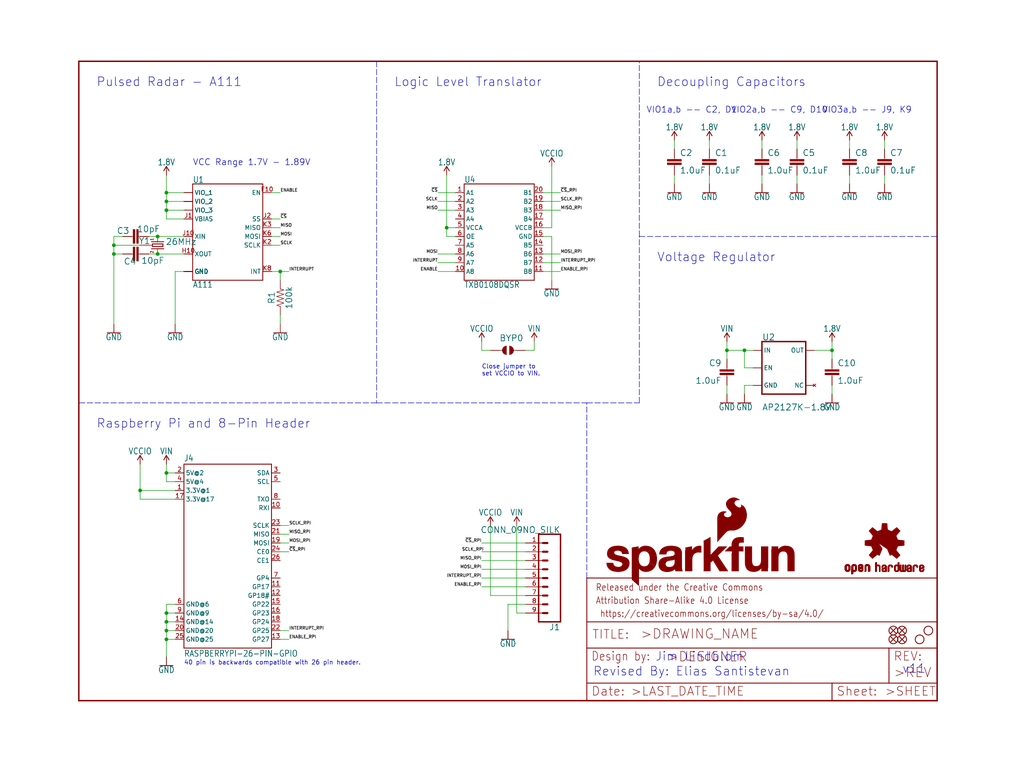
<source format=kicad_sch>
(kicad_sch (version 20211123) (generator eeschema)
  (paper "User" 297.002 223.926)
  (lib_symbols
    (symbol "schematicEagle-eagle-import:0.1UF-0603-25V-(+80{slash}-20%)"
      (property "Reference" "C" (at 1.524 2.921 0))
      (property "Value" "0.1UF-0603-25V-(+80{slash}-20%)" (at 1.524 -2.159 0))
      (symbol "0.1UF-0603-25V-(+80{slash}-20%)_1_0"
        (pin passive line (at 0 5.08 270) (length 2.54) (name "1") (number "1"))
        (pin passive line (at 0 -2.54 90) (length 2.54) (name "2") (number "2"))
      )
    )
    (symbol "schematicEagle-eagle-import:1.0UF-0603-16V-10%"
      (property "Reference" "C" (at 1.524 2.921 0))
      (property "Value" "1.0UF-0603-16V-10%" (at 1.524 -2.159 0))
      (symbol "1.0UF-0603-16V-10%_1_0"
        (pin passive line (at 0 5.08 270) (length 2.54) (name "1") (number "1"))
        (pin passive line (at 0 -2.54 90) (length 2.54) (name "2") (number "2"))
      )
    )
    (symbol "schematicEagle-eagle-import:1.8V" (power)
      (property "Value" "1.8V" (at 0 2.794 0))
      (symbol "1.8V_1_0"
        (pin power_in line (at 0 0 90) (length 2.54) (name "1.8V") (number "1"))
      )
    )
    (symbol "schematicEagle-eagle-import:100KOHM-0603-1{slash}10W-1%"
      (property "Reference" "R" (at 0 1.524 0))
      (property "Value" "100KOHM-0603-1{slash}10W-1%" (at 0 -1.524 0))
      (symbol "100KOHM-0603-1{slash}10W-1%_1_0"
        (pin passive line (at -5.08 0 0) (length 2.54) (name "1") (number "1"))
        (pin passive line (at 5.08 0 180) (length 2.54) (name "2") (number "2"))
      )
    )
    (symbol "schematicEagle-eagle-import:10PF-0603-50V-5%"
      (property "Reference" "C" (at 1.524 2.921 0))
      (property "Value" "10PF-0603-50V-5%" (at 1.524 -2.159 0))
      (symbol "10PF-0603-50V-5%_1_0"
        (pin passive line (at 0 5.08 270) (length 2.54) (name "1") (number "1"))
        (pin passive line (at 0 -2.54 90) (length 2.54) (name "2") (number "2"))
      )
    )
    (symbol "schematicEagle-eagle-import:A111"
      (property "Reference" "U" (at -10.16 15.494 0))
      (property "Value" "A111" (at -10.16 -12.954 0))
      (symbol "A111_1_0"
        (pin bidirectional line (at -12.7 -10.16 0) (length 2.54) (name "GND") (number "A3"))
        (pin bidirectional line (at -12.7 -10.16 0) (length 2.54) (name "GND") (number "A4"))
        (pin bidirectional line (at -12.7 -10.16 0) (length 2.54) (name "GND") (number "A5"))
        (pin bidirectional line (at -12.7 -10.16 0) (length 2.54) (name "GND") (number "A6"))
        (pin bidirectional line (at -12.7 -10.16 0) (length 2.54) (name "GND") (number "A7"))
        (pin bidirectional line (at -12.7 -10.16 0) (length 2.54) (name "GND") (number "A8"))
        (pin bidirectional line (at -12.7 -10.16 0) (length 2.54) (name "GND") (number "A9"))
        (pin bidirectional line (at -12.7 -10.16 0) (length 2.54) (name "GND") (number "B10"))
        (pin bidirectional line (at -12.7 -10.16 0) (length 2.54) (name "GND") (number "B2"))
        (pin bidirectional line (at -12.7 -10.16 0) (length 2.54) (name "GND") (number "B9"))
        (pin bidirectional line (at -12.7 -10.16 0) (length 2.54) (name "GND") (number "C1"))
        (pin bidirectional line (at -12.7 -10.16 0) (length 2.54) (name "GND") (number "C10"))
        (pin bidirectional line (at -12.7 12.7 0) (length 2.54) (name "VIO_1") (number "C2"))
        (pin bidirectional line (at -12.7 10.16 0) (length 2.54) (name "VIO_2") (number "C9"))
        (pin bidirectional line (at -12.7 12.7 0) (length 2.54) (name "VIO_1") (number "D1"))
        (pin bidirectional line (at -12.7 10.16 0) (length 2.54) (name "VIO_2") (number "D10"))
        (pin bidirectional line (at -12.7 -10.16 0) (length 2.54) (name "GND") (number "D2"))
        (pin bidirectional line (at -12.7 -10.16 0) (length 2.54) (name "GND") (number "D9"))
        (pin bidirectional line (at -12.7 -10.16 0) (length 2.54) (name "GND") (number "E1"))
        (pin bidirectional line (at -12.7 -10.16 0) (length 2.54) (name "GND") (number "E10"))
        (pin bidirectional line (at -12.7 -10.16 0) (length 2.54) (name "GND") (number "E2"))
        (pin bidirectional line (at -12.7 -10.16 0) (length 2.54) (name "GND") (number "E9"))
        (pin bidirectional line (at -12.7 -10.16 0) (length 2.54) (name "GND") (number "F1"))
        (pin bidirectional line (at 12.7 12.7 180) (length 2.54) (name "EN") (number "F10"))
        (pin bidirectional line (at -12.7 -10.16 0) (length 2.54) (name "GND") (number "F2"))
        (pin bidirectional line (at -12.7 -10.16 0) (length 2.54) (name "GND") (number "F9"))
        (pin bidirectional line (at -12.7 -10.16 0) (length 2.54) (name "GND") (number "G1"))
        (pin bidirectional line (at -12.7 -10.16 0) (length 2.54) (name "GND") (number "G10"))
        (pin bidirectional line (at -12.7 -10.16 0) (length 2.54) (name "GND") (number "H1"))
        (pin bidirectional line (at -12.7 -5.08 0) (length 2.54) (name "XOUT") (number "H10"))
        (pin bidirectional line (at -12.7 -10.16 0) (length 2.54) (name "GND") (number "H2"))
        (pin bidirectional line (at -12.7 -10.16 0) (length 2.54) (name "GND") (number "H9"))
        (pin bidirectional line (at -12.7 5.08 0) (length 2.54) (name "VBIAS") (number "J1"))
        (pin bidirectional line (at -12.7 0 0) (length 2.54) (name "XIN") (number "J10"))
        (pin bidirectional line (at 12.7 5.08 180) (length 2.54) (name "SS") (number "J2"))
        (pin bidirectional line (at -12.7 -10.16 0) (length 2.54) (name "GND") (number "J3"))
        (pin bidirectional line (at -12.7 -10.16 0) (length 2.54) (name "GND") (number "J5"))
        (pin bidirectional line (at -12.7 -10.16 0) (length 2.54) (name "GND") (number "J6"))
        (pin bidirectional line (at -12.7 -10.16 0) (length 2.54) (name "GND") (number "J8"))
        (pin bidirectional line (at -12.7 7.62 0) (length 2.54) (name "VIO_3") (number "J9"))
        (pin bidirectional line (at 12.7 -2.54 180) (length 2.54) (name "SCLK") (number "K2"))
        (pin bidirectional line (at 12.7 2.54 180) (length 2.54) (name "MISO") (number "K3"))
        (pin bidirectional line (at -12.7 -10.16 0) (length 2.54) (name "GND") (number "K4"))
        (pin bidirectional line (at -12.7 -10.16 0) (length 2.54) (name "GND") (number "K5"))
        (pin bidirectional line (at 12.7 0 180) (length 2.54) (name "MOSI") (number "K6"))
        (pin bidirectional line (at -12.7 -10.16 0) (length 2.54) (name "GND") (number "K7"))
        (pin bidirectional line (at 12.7 -10.16 180) (length 2.54) (name "INT") (number "K8"))
        (pin bidirectional line (at -12.7 7.62 0) (length 2.54) (name "VIO_3") (number "K9"))
      )
    )
    (symbol "schematicEagle-eagle-import:CONN_09NO_SILK"
      (property "Reference" "J" (at 0 13.208 0))
      (property "Value" "CONN_09NO_SILK" (at 0 -14.986 0))
      (symbol "CONN_09NO_SILK_1_0"
        (pin passive line (at 10.16 -10.16 180) (length 5.08) (name "1") (number "1"))
        (pin passive line (at 10.16 -7.62 180) (length 5.08) (name "2") (number "2"))
        (pin passive line (at 10.16 -5.08 180) (length 5.08) (name "3") (number "3"))
        (pin passive line (at 10.16 -2.54 180) (length 5.08) (name "4") (number "4"))
        (pin passive line (at 10.16 0 180) (length 5.08) (name "5") (number "5"))
        (pin passive line (at 10.16 2.54 180) (length 5.08) (name "6") (number "6"))
        (pin passive line (at 10.16 5.08 180) (length 5.08) (name "7") (number "7"))
        (pin passive line (at 10.16 7.62 180) (length 5.08) (name "8") (number "8"))
        (pin passive line (at 10.16 10.16 180) (length 5.08) (name "9") (number "9"))
      )
    )
    (symbol "schematicEagle-eagle-import:CRYSTAL-26MHZSMD-3.2X2.5"
      (property "Reference" "Y" (at -1.27 -1.524 0))
      (property "Value" "CRYSTAL-26MHZSMD-3.2X2.5" (at 1.524 -1.524 0))
      (symbol "CRYSTAL-26MHZSMD-3.2X2.5_1_0"
        (text "1" (at -2.159 -1.143 0) (effects (font (size 0.8636 0.734)) (justify left bottom)))
        (text "2" (at 1.524 -1.143 0) (effects (font (size 0.8636 0.734)) (justify left bottom)))
        (pin passive line (at -2.54 0 0) (length 0) (name "1") (number "1"))
        (pin power_in line (at 0 -5.08 90) (length 2.54) (name "GND") (number "2"))
        (pin passive line (at 2.54 0 180) (length 0) (name "2") (number "3"))
        (pin power_in line (at 0 -5.08 90) (length 2.54) (name "GND") (number "4"))
      )
    )
    (symbol "schematicEagle-eagle-import:FIDUCIALUFIDUCIAL")
    (symbol "schematicEagle-eagle-import:FRAME-LETTER"
      (symbol "FRAME-LETTER_2_0"
        (text " https://creativecommons.org/licenses/by-sa/4.0/" (at 2.54 24.13 0) (effects (font (size 1.9304 1.6408)) (justify left bottom)))
        (text ">DESIGNER" (at 23.114 11.176 0) (effects (font (size 2.7432 2.7432)) (justify left bottom)))
        (text ">DRAWING_NAME" (at 15.494 17.78 0) (effects (font (size 2.7432 2.7432)) (justify left bottom)))
        (text ">LAST_DATE_TIME" (at 12.7 1.27 0) (effects (font (size 2.54 2.54)) (justify left bottom)))
        (text ">REV" (at 88.9 6.604 0) (effects (font (size 2.7432 2.7432)) (justify left bottom)))
        (text ">SHEET" (at 86.36 1.27 0) (effects (font (size 2.54 2.54)) (justify left bottom)))
        (text "Attribution Share-Alike 4.0 License" (at 2.54 27.94 0) (effects (font (size 1.9304 1.6408)) (justify left bottom)))
        (text "Date:" (at 1.27 1.27 0) (effects (font (size 2.54 2.54)) (justify left bottom)))
        (text "Design by:" (at 1.27 11.43 0) (effects (font (size 2.54 2.159)) (justify left bottom)))
        (text "Released under the Creative Commons" (at 2.54 31.75 0) (effects (font (size 1.9304 1.6408)) (justify left bottom)))
        (text "REV:" (at 88.9 11.43 0) (effects (font (size 2.54 2.54)) (justify left bottom)))
        (text "Sheet:" (at 72.39 1.27 0) (effects (font (size 2.54 2.54)) (justify left bottom)))
        (text "TITLE:" (at 1.524 17.78 0) (effects (font (size 2.54 2.54)) (justify left bottom)))
      )
    )
    (symbol "schematicEagle-eagle-import:GND" (power)
      (property "Value" "GND" (at 0 -0.254 0))
      (symbol "GND_1_0"
        (pin power_in line (at 0 2.54 270) (length 2.54) (name "GND") (number "1"))
      )
    )
    (symbol "schematicEagle-eagle-import:JUMPER-SMT_2_NO_SILK"
      (property "Reference" "JP" (at -2.54 2.54 0))
      (property "Value" "JUMPER-SMT_2_NO_SILK" (at -2.54 -2.54 0))
      (symbol "JUMPER-SMT_2_NO_SILK_1_0"
        (pin passive line (at -5.08 0 0) (length 2.54) (name "1") (number "1"))
        (pin passive line (at 5.08 0 180) (length 2.54) (name "2") (number "2"))
      )
    )
    (symbol "schematicEagle-eagle-import:OSHW-LOGOS")
    (symbol "schematicEagle-eagle-import:RASPBERRYPI-26-PIN-GPIO"
      (property "Reference" "J" (at -12.7 28.702 0))
      (property "Value" "RASPBERRYPI-26-PIN-GPIO" (at -12.7 -27.94 0))
      (symbol "RASPBERRYPI-26-PIN-GPIO_1_0"
        (pin power_in line (at -15.24 20.32 0) (length 2.54) (name "3.3V@1") (number "1"))
        (pin input line (at 15.24 15.24 180) (length 2.54) (name "RXI") (number "10"))
        (pin bidirectional line (at 15.24 -7.62 180) (length 2.54) (name "GP17") (number "11"))
        (pin bidirectional line (at 15.24 -10.16 180) (length 2.54) (name "GP18#") (number "12"))
        (pin bidirectional line (at 15.24 -22.86 180) (length 2.54) (name "GP27") (number "13"))
        (pin power_in line (at -15.24 -17.78 0) (length 2.54) (name "GND@14") (number "14"))
        (pin bidirectional line (at 15.24 -12.7 180) (length 2.54) (name "GP22") (number "15"))
        (pin bidirectional line (at 15.24 -15.24 180) (length 2.54) (name "GP23") (number "16"))
        (pin power_in line (at -15.24 17.78 0) (length 2.54) (name "3.3V@17") (number "17"))
        (pin bidirectional line (at 15.24 -17.78 180) (length 2.54) (name "GP24") (number "18"))
        (pin output line (at 15.24 5.08 180) (length 2.54) (name "MOSI") (number "19"))
        (pin power_in line (at -15.24 25.4 0) (length 2.54) (name "5V@2") (number "2"))
        (pin power_in line (at -15.24 -20.32 0) (length 2.54) (name "GND@20") (number "20"))
        (pin input line (at 15.24 7.62 180) (length 2.54) (name "MISO") (number "21"))
        (pin bidirectional line (at 15.24 -20.32 180) (length 2.54) (name "GP25") (number "22"))
        (pin output line (at 15.24 10.16 180) (length 2.54) (name "SCLK") (number "23"))
        (pin output line (at 15.24 2.54 180) (length 2.54) (name "CE0") (number "24"))
        (pin power_in line (at -15.24 -22.86 0) (length 2.54) (name "GND@25") (number "25"))
        (pin output line (at 15.24 0 180) (length 2.54) (name "CE1") (number "26"))
        (pin bidirectional line (at 15.24 25.4 180) (length 2.54) (name "SDA") (number "3"))
        (pin power_in line (at -15.24 22.86 0) (length 2.54) (name "5V@4") (number "4"))
        (pin bidirectional line (at 15.24 22.86 180) (length 2.54) (name "SCL") (number "5"))
        (pin power_in line (at -15.24 -12.7 0) (length 2.54) (name "GND@6") (number "6"))
        (pin bidirectional line (at 15.24 -5.08 180) (length 2.54) (name "GP4") (number "7"))
        (pin output line (at 15.24 17.78 180) (length 2.54) (name "TXO") (number "8"))
        (pin power_in line (at -15.24 -15.24 0) (length 2.54) (name "GND@9") (number "9"))
      )
    )
    (symbol "schematicEagle-eagle-import:SFE_LOGO_NAME_FLAME.1_INCH")
    (symbol "schematicEagle-eagle-import:STAND-OFF")
    (symbol "schematicEagle-eagle-import:TXB0108"
      (property "Reference" "U" (at -10.16 13.97 0))
      (property "Value" "TXB0108" (at -10.16 -16.51 0))
      (symbol "TXB0108_1_0"
        (pin bidirectional line (at -12.7 10.16 0) (length 2.54) (name "A1") (number "1"))
        (pin bidirectional line (at -12.7 -12.7 0) (length 2.54) (name "A8") (number "10"))
        (pin bidirectional line (at 12.7 -12.7 180) (length 2.54) (name "B8") (number "11"))
        (pin bidirectional line (at 12.7 -10.16 180) (length 2.54) (name "B7") (number "12"))
        (pin bidirectional line (at 12.7 -7.62 180) (length 2.54) (name "B6") (number "13"))
        (pin bidirectional line (at 12.7 -5.08 180) (length 2.54) (name "B5") (number "14"))
        (pin bidirectional line (at 12.7 -2.54 180) (length 2.54) (name "GND") (number "15"))
        (pin bidirectional line (at 12.7 0 180) (length 2.54) (name "VCCB") (number "16"))
        (pin bidirectional line (at 12.7 2.54 180) (length 2.54) (name "B4") (number "17"))
        (pin bidirectional line (at 12.7 5.08 180) (length 2.54) (name "B3") (number "18"))
        (pin bidirectional line (at 12.7 7.62 180) (length 2.54) (name "B2") (number "19"))
        (pin bidirectional line (at -12.7 7.62 0) (length 2.54) (name "A2") (number "2"))
        (pin bidirectional line (at 12.7 10.16 180) (length 2.54) (name "B1") (number "20"))
        (pin bidirectional line (at -12.7 5.08 0) (length 2.54) (name "A3") (number "3"))
        (pin bidirectional line (at -12.7 2.54 0) (length 2.54) (name "A4") (number "4"))
        (pin bidirectional line (at -12.7 0 0) (length 2.54) (name "VCCA") (number "5"))
        (pin bidirectional line (at -12.7 -2.54 0) (length 2.54) (name "OE") (number "6"))
        (pin bidirectional line (at -12.7 -5.08 0) (length 2.54) (name "A5") (number "7"))
        (pin bidirectional line (at -12.7 -7.62 0) (length 2.54) (name "A6") (number "8"))
        (pin bidirectional line (at -12.7 -10.16 0) (length 2.54) (name "A7") (number "9"))
      )
    )
    (symbol "schematicEagle-eagle-import:VCCIO" (power)
      (property "Value" "VCCIO" (at 0 2.794 0))
      (symbol "VCCIO_1_0"
        (pin power_in line (at 0 0 90) (length 2.54) (name "VCCIO") (number "1"))
      )
    )
    (symbol "schematicEagle-eagle-import:VIN" (power)
      (property "Value" "VIN" (at 0 2.794 0))
      (symbol "VIN_1_0"
        (pin power_in line (at 0 0 90) (length 2.54) (name "VIN") (number "1"))
      )
    )
    (symbol "schematicEagle-eagle-import:V_REG_AP2127K-1.8V"
      (property "Reference" "U" (at -7.62 7.874 0))
      (property "Value" "V_REG_AP2127K-1.8V" (at -7.62 -7.874 0))
      (symbol "V_REG_AP2127K-1.8V_1_0"
        (pin input line (at -10.16 5.08 0) (length 2.54) (name "IN") (number "1"))
        (pin input line (at -10.16 -5.08 0) (length 2.54) (name "GND") (number "2"))
        (pin input line (at -10.16 0 0) (length 2.54) (name "EN") (number "3"))
        (pin no_connect line (at 7.62 -5.08 180) (length 2.54) (name "NC") (number "4"))
        (pin passive line (at 7.62 5.08 180) (length 2.54) (name "OUT") (number "5"))
      )
    )
  )
  (junction (at 33.02 71.12))
  (junction (at 129.54 66.04))
  (junction (at 48.26 58.42))
  (junction (at 48.26 180.34))
  (junction (at 33.02 73.66))
  (junction (at 81.28 78.74))
  (junction (at 45.72 73.66))
  (junction (at 48.26 60.96))
  (junction (at 48.26 177.8))
  (junction (at 215.9 101.6))
  (junction (at 40.64 142.24))
  (junction (at 210.82 101.6))
  (junction (at 48.26 55.88))
  (junction (at 241.3 101.6))
  (junction (at 48.26 137.16))
  (junction (at 48.26 185.42))
  (junction (at 45.72 68.58))
  (junction (at 48.26 182.88))
  (wire (pts (xy 152.4 175.26) (xy 147.32 175.26)))
  (wire (pts (xy 48.26 182.88) (xy 48.26 185.42)))
  (wire (pts (xy 149.86 177.8) (xy 149.86 152.4)))
  (wire (pts (xy 195.58 40.64) (xy 195.58 43.18)))
  (wire (pts (xy 220.98 53.34) (xy 220.98 50.8)))
  (wire (pts (xy 215.9 101.6) (xy 218.44 101.6)))
  (wire (pts (xy 50.8 142.24) (xy 40.64 142.24)))
  (wire (pts (xy 157.48 66.04) (xy 160.02 66.04)))
  (wire (pts (xy 139.7 101.6) (xy 139.7 99.06)))
  (wire (pts (xy 78.74 68.58) (xy 81.28 68.58)))
  (wire (pts (xy 33.02 73.66) (xy 33.02 93.98)))
  (wire (pts (xy 152.4 172.72) (xy 142.24 172.72)))
  (wire (pts (xy 231.14 53.34) (xy 231.14 50.8)))
  (wire (pts (xy 53.34 55.88) (xy 48.26 55.88)))
  (wire (pts (xy 139.7 165.1) (xy 152.4 165.1)))
  (wire (pts (xy 40.64 144.78) (xy 40.64 142.24)))
  (wire (pts (xy 157.48 68.58) (xy 160.02 68.58)))
  (wire (pts (xy 139.7 170.18) (xy 152.4 170.18)))
  (wire (pts (xy 129.54 68.58) (xy 129.54 66.04)))
  (wire (pts (xy 157.48 55.88) (xy 162.56 55.88)))
  (polyline (pts (xy 170.18 116.84) (xy 185.42 116.84)))
  (wire (pts (xy 81.28 160.02) (xy 83.82 160.02)))
  (wire (pts (xy 81.28 185.42) (xy 83.82 185.42)))
  (polyline (pts (xy 185.42 116.84) (xy 185.42 68.58)))
  (wire (pts (xy 218.44 111.76) (xy 215.9 111.76)))
  (wire (pts (xy 132.08 66.04) (xy 129.54 66.04)))
  (wire (pts (xy 157.48 58.42) (xy 162.56 58.42)))
  (wire (pts (xy 48.26 185.42) (xy 48.26 190.5)))
  (wire (pts (xy 48.26 63.5) (xy 48.26 60.96)))
  (wire (pts (xy 205.74 53.34) (xy 205.74 50.8)))
  (wire (pts (xy 210.82 101.6) (xy 210.82 104.14)))
  (wire (pts (xy 139.7 162.56) (xy 152.4 162.56)))
  (wire (pts (xy 157.48 78.74) (xy 162.56 78.74)))
  (wire (pts (xy 142.24 172.72) (xy 142.24 152.4)))
  (wire (pts (xy 139.7 157.48) (xy 152.4 157.48)))
  (polyline (pts (xy 185.42 68.58) (xy 185.42 17.78)))
  (wire (pts (xy 147.32 175.26) (xy 147.32 182.88)))
  (wire (pts (xy 256.54 53.34) (xy 256.54 50.8)))
  (wire (pts (xy 132.08 55.88) (xy 127 55.88)))
  (wire (pts (xy 50.8 144.78) (xy 40.64 144.78)))
  (wire (pts (xy 157.48 60.96) (xy 162.56 60.96)))
  (polyline (pts (xy 109.22 116.84) (xy 22.86 116.84)))
  (wire (pts (xy 152.4 101.6) (xy 154.94 101.6)))
  (wire (pts (xy 48.26 175.26) (xy 48.26 177.8)))
  (wire (pts (xy 160.02 66.04) (xy 160.02 48.26)))
  (wire (pts (xy 50.8 185.42) (xy 48.26 185.42)))
  (wire (pts (xy 50.8 177.8) (xy 48.26 177.8)))
  (wire (pts (xy 152.4 177.8) (xy 149.86 177.8)))
  (wire (pts (xy 215.9 101.6) (xy 210.82 101.6)))
  (wire (pts (xy 241.3 101.6) (xy 241.3 99.06)))
  (wire (pts (xy 132.08 73.66) (xy 127 73.66)))
  (wire (pts (xy 48.26 60.96) (xy 48.26 58.42)))
  (wire (pts (xy 246.38 53.34) (xy 246.38 50.8)))
  (wire (pts (xy 215.9 114.3) (xy 215.9 111.76)))
  (wire (pts (xy 220.98 40.64) (xy 220.98 43.18)))
  (wire (pts (xy 160.02 68.58) (xy 160.02 81.28)))
  (wire (pts (xy 53.34 63.5) (xy 48.26 63.5)))
  (wire (pts (xy 53.34 60.96) (xy 48.26 60.96)))
  (wire (pts (xy 50.8 93.98) (xy 50.8 78.74)))
  (polyline (pts (xy 109.22 116.84) (xy 170.18 116.84)))
  (wire (pts (xy 50.8 137.16) (xy 48.26 137.16)))
  (wire (pts (xy 218.44 106.68) (xy 215.9 106.68)))
  (wire (pts (xy 132.08 60.96) (xy 127 60.96)))
  (wire (pts (xy 45.72 68.58) (xy 43.18 68.58)))
  (wire (pts (xy 33.02 71.12) (xy 33.02 73.66)))
  (wire (pts (xy 81.28 157.48) (xy 83.82 157.48)))
  (wire (pts (xy 246.38 40.64) (xy 246.38 43.18)))
  (wire (pts (xy 129.54 66.04) (xy 129.54 50.8)))
  (wire (pts (xy 35.56 73.66) (xy 33.02 73.66)))
  (wire (pts (xy 132.08 76.2) (xy 127 76.2)))
  (wire (pts (xy 78.74 71.12) (xy 81.28 71.12)))
  (wire (pts (xy 157.48 73.66) (xy 162.56 73.66)))
  (wire (pts (xy 210.82 101.6) (xy 210.82 99.06)))
  (wire (pts (xy 81.28 78.74) (xy 83.82 78.74)))
  (wire (pts (xy 81.28 81.28) (xy 81.28 78.74)))
  (wire (pts (xy 45.72 73.66) (xy 53.34 73.66)))
  (wire (pts (xy 78.74 63.5) (xy 81.28 63.5)))
  (wire (pts (xy 78.74 78.74) (xy 81.28 78.74)))
  (wire (pts (xy 215.9 106.68) (xy 215.9 101.6)))
  (wire (pts (xy 256.54 40.64) (xy 256.54 43.18)))
  (wire (pts (xy 210.82 114.3) (xy 210.82 111.76)))
  (wire (pts (xy 195.58 53.34) (xy 195.58 50.8)))
  (wire (pts (xy 231.14 40.64) (xy 231.14 43.18)))
  (wire (pts (xy 40.64 142.24) (xy 40.64 134.62)))
  (wire (pts (xy 50.8 182.88) (xy 48.26 182.88)))
  (wire (pts (xy 154.94 101.6) (xy 154.94 99.06)))
  (wire (pts (xy 40.64 71.12) (xy 33.02 71.12)))
  (wire (pts (xy 50.8 78.74) (xy 53.34 78.74)))
  (wire (pts (xy 48.26 55.88) (xy 48.26 50.8)))
  (wire (pts (xy 50.8 139.7) (xy 48.26 139.7)))
  (wire (pts (xy 53.34 58.42) (xy 48.26 58.42)))
  (wire (pts (xy 81.28 93.98) (xy 81.28 91.44)))
  (polyline (pts (xy 170.18 167.64) (xy 170.18 116.84)))
  (wire (pts (xy 45.72 68.58) (xy 53.34 68.58)))
  (wire (pts (xy 78.74 55.88) (xy 81.28 55.88)))
  (polyline (pts (xy 185.42 68.58) (xy 271.78 68.58)))
  (wire (pts (xy 78.74 66.04) (xy 81.28 66.04)))
  (wire (pts (xy 81.28 182.88) (xy 83.82 182.88)))
  (wire (pts (xy 48.26 139.7) (xy 48.26 137.16)))
  (wire (pts (xy 132.08 58.42) (xy 127 58.42)))
  (wire (pts (xy 236.22 101.6) (xy 241.3 101.6)))
  (wire (pts (xy 50.8 175.26) (xy 48.26 175.26)))
  (wire (pts (xy 241.3 104.14) (xy 241.3 101.6)))
  (wire (pts (xy 205.74 40.64) (xy 205.74 43.18)))
  (wire (pts (xy 139.7 160.02) (xy 152.4 160.02)))
  (wire (pts (xy 81.28 154.94) (xy 83.82 154.94)))
  (wire (pts (xy 50.8 180.34) (xy 48.26 180.34)))
  (wire (pts (xy 139.7 167.64) (xy 152.4 167.64)))
  (wire (pts (xy 81.28 152.4) (xy 83.82 152.4)))
  (wire (pts (xy 132.08 68.58) (xy 129.54 68.58)))
  (wire (pts (xy 45.72 73.66) (xy 43.18 73.66)))
  (wire (pts (xy 48.26 180.34) (xy 48.26 182.88)))
  (wire (pts (xy 132.08 78.74) (xy 127 78.74)))
  (wire (pts (xy 33.02 68.58) (xy 33.02 71.12)))
  (wire (pts (xy 157.48 76.2) (xy 162.56 76.2)))
  (polyline (pts (xy 109.22 17.78) (xy 109.22 116.84)))
  (wire (pts (xy 142.24 101.6) (xy 139.7 101.6)))
  (wire (pts (xy 35.56 68.58) (xy 33.02 68.58)))
  (wire (pts (xy 48.26 137.16) (xy 48.26 134.62)))
  (wire (pts (xy 48.26 177.8) (xy 48.26 180.34)))
  (wire (pts (xy 241.3 114.3) (xy 241.3 111.76)))
  (wire (pts (xy 48.26 58.42) (xy 48.26 55.88)))
  (text "Close jumper to\nset VCCIO to VIN." (at 139.7 109.22 180) (effects (font (size 1.27 1.27)) (justify left bottom)))
  (text "Pulsed Radar - A111" (at 27.94 25.4 180) (effects (font (size 2.54 2.54)) (justify left bottom)))
  (text "v11" (at 261.62 195.58 180) (effects (font (size 2.54 2.54)) (justify left bottom)))
  (text "Voltage Regulator" (at 190.5 76.2 180) (effects (font (size 2.54 2.54)) (justify left bottom)))
  (text "Raspberry Pi and 8-Pin Header" (at 27.94 124.46 180) (effects (font (size 2.54 2.54)) (justify left bottom)))
  (text "40 pin is backwards compatible with 26 pin header." (at 53.34 193.04 0) (effects (font (size 1.27 1.27)) (justify left bottom)))
  (text "VIO1a,b -- C2, D1" (at 200.66 33.02 180) (effects (font (size 1.778 1.778)) (justify bottom)))
  (text "Revised By: Elias Santistevan" (at 171.958 196.342 180) (effects (font (size 2.54 2.54)) (justify left bottom)))
  (text "Decoupling Capacitors" (at 190.5 25.4 180) (effects (font (size 2.54 2.54)) (justify left bottom)))
  (text "Jim Lindblom" (at 189.992 192.024 180) (effects (font (size 2.54 2.54)) (justify left bottom)))
  (text "VCC Range 1.7V - 1.89V" (at 55.88 48.26 180) (effects (font (size 1.778 1.778)) (justify left bottom)))
  (text "VIO3a,b -- J9, K9" (at 251.46 33.02 180) (effects (font (size 1.778 1.778)) (justify bottom)))
  (text "Logic Level Translator" (at 114.3 25.4 180) (effects (font (size 2.54 2.54)) (justify left bottom)))
  (text "VIO2a,b -- C9, D10" (at 226.06 33.02 180) (effects (font (size 1.778 1.778)) (justify bottom)))
  (label "~{CS}" (at 127 55.88 180) (effects (font (size 0.889 0.889))))
  (label "SCLK_RPI" (at 162.56 58.42 0) (effects (font (size 0.889 0.889))))
  (label "MOSI_RPI" (at 162.56 73.66 0) (effects (font (size 0.889 0.889))))
  (label "~{CS}_RPI" (at 139.7 157.48 180) (effects (font (size 0.889 0.889))))
  (label "ENABLE" (at 127 78.74 180) (effects (font (size 0.889 0.889))))
  (label "MOSI" (at 81.28 68.58 0) (effects (font (size 0.889 0.889))))
  (label "ENABLE" (at 81.28 55.88 0) (effects (font (size 0.889 0.889))))
  (label "INTERRUPT_RPI" (at 83.82 182.88 0) (effects (font (size 0.889 0.889))))
  (label "ENABLE_RPI" (at 139.7 170.18 180) (effects (font (size 0.889 0.889))))
  (label "MOSI_RPI" (at 139.7 165.1 180) (effects (font (size 0.889 0.889))))
  (label "MISO" (at 81.28 66.04 0) (effects (font (size 0.889 0.889))))
  (label "ENABLE_RPI" (at 162.56 78.74 0) (effects (font (size 0.889 0.889))))
  (label "MOSI" (at 127 73.66 180) (effects (font (size 0.889 0.889))))
  (label "~{CS}_RPI" (at 83.82 160.02 0) (effects (font (size 0.889 0.889))))
  (label "MISO_RPI" (at 139.7 162.56 180) (effects (font (size 0.889 0.889))))
  (label "MOSI_RPI" (at 83.82 157.48 0) (effects (font (size 0.889 0.889))))
  (label "MISO" (at 127 60.96 180) (effects (font (size 0.889 0.889))))
  (label "ENABLE_RPI" (at 83.82 185.42 0) (effects (font (size 0.889 0.889))))
  (label "SCLK_RPI" (at 83.82 152.4 0) (effects (font (size 0.889 0.889))))
  (label "SCLK" (at 127 58.42 180) (effects (font (size 0.889 0.889))))
  (label "INTERRUPT" (at 83.82 78.74 0) (effects (font (size 0.889 0.889))))
  (label "MISO_RPI" (at 162.56 60.96 0) (effects (font (size 0.889 0.889))))
  (label "~{CS}" (at 81.28 63.5 0) (effects (font (size 0.889 0.889))))
  (label "MISO_RPI" (at 83.82 154.94 0) (effects (font (size 0.889 0.889))))
  (label "~{CS}_RPI" (at 162.56 55.88 0) (effects (font (size 0.889 0.889))))
  (label "SCLK_RPI" (at 140.335 160.02 180) (effects (font (size 0.889 0.889))))
  (label "SCLK" (at 81.28 71.12 0) (effects (font (size 0.889 0.889))))
  (label "INTERRUPT" (at 127 76.2 180) (effects (font (size 0.889 0.889))))
  (label "INTERRUPT_RPI" (at 139.7 167.64 180) (effects (font (size 0.889 0.889))))
  (label "INTERRUPT_RPI" (at 162.56 76.2 0) (effects (font (size 0.889 0.889))))
  (symbol (lib_id "schematicEagle-eagle-import:1.8V") (at 246.38 40.64 0) (unit 1)
    (property "Reference" "#SUPPLY6" (effects hide))
    (property "Value" "1.8V" (at 246.38 37.846 0) (effects (font (size 1.778 1.5113)) (justify bottom)))
    (property "Footprint" "schematicEagle:" (effects hide))
  )
  (symbol (lib_id "schematicEagle-eagle-import:SFE_LOGO_NAME_FLAME.1_INCH") (at 175.26 170.18 0) (unit 1)
    (property "Reference" "LOGO1" (effects hide))
    (property "Value" "SFE_LOGO_NAME_FLAME.1_INCH" (effects hide))
    (property "Footprint" "schematicEagle:SFE_LOGO_NAME_FLAME_.1" (effects hide))
  )
  (symbol (lib_id "schematicEagle-eagle-import:GND") (at 231.14 55.88 0) (unit 1)
    (property "Reference" "#GND6" (effects hide))
    (property "Value" "GND" (at 231.14 56.134 0) (effects (font (size 1.778 1.5113)) (justify top)))
    (property "Footprint" "schematicEagle:" (effects hide))
  )
  (symbol (lib_id "schematicEagle-eagle-import:10PF-0603-50V-5%") (at 40.64 73.66 90) (unit 1)
    (property "Reference" "C4" (at 35.814 74.803 90) (effects (font (size 1.778 1.778)) (justify right bottom)))
    (property "Value" "10pF" (at 40.894 76.581 90) (effects (font (size 1.778 1.778)) (justify right top)))
    (property "Footprint" "schematicEagle:0603" (effects hide))
  )
  (symbol (lib_id "schematicEagle-eagle-import:VIN") (at 210.82 99.06 0) (unit 1)
    (property "Reference" "#SUPPLY9" (effects hide))
    (property "Value" "VIN" (at 210.82 96.266 0) (effects (font (size 1.778 1.5113)) (justify bottom)))
    (property "Footprint" "schematicEagle:" (effects hide))
  )
  (symbol (lib_id "schematicEagle-eagle-import:1.0UF-0603-16V-10%") (at 220.98 48.26 0) (unit 1)
    (property "Reference" "C6" (at 222.504 45.339 0) (effects (font (size 1.778 1.778)) (justify left bottom)))
    (property "Value" "1.0uF" (at 222.504 50.419 0) (effects (font (size 1.778 1.778)) (justify left bottom)))
    (property "Footprint" "schematicEagle:0603" (effects hide))
  )
  (symbol (lib_id "schematicEagle-eagle-import:RASPBERRYPI-26-PIN-GPIO") (at 66.04 162.56 0) (unit 1)
    (property "Reference" "J4" (at 53.34 133.858 0) (effects (font (size 1.778 1.5113)) (justify left bottom)))
    (property "Value" "RASPBERRYPI-26-PIN-GPIO" (at 53.34 190.5 0) (effects (font (size 1.778 1.5113)) (justify left bottom)))
    (property "Footprint" "schematicEagle:2X13" (effects hide))
  )
  (symbol (lib_id "schematicEagle-eagle-import:GND") (at 48.26 193.04 0) (unit 1)
    (property "Reference" "#GND14" (effects hide))
    (property "Value" "GND" (at 48.26 193.294 0) (effects (font (size 1.778 1.5113)) (justify top)))
    (property "Footprint" "schematicEagle:" (effects hide))
  )
  (symbol (lib_id "schematicEagle-eagle-import:0.1UF-0603-25V-(+80{slash}-20%)") (at 205.74 48.26 0) (unit 1)
    (property "Reference" "C1" (at 207.264 45.339 0) (effects (font (size 1.778 1.778)) (justify left bottom)))
    (property "Value" "0.1uF" (at 207.264 50.419 0) (effects (font (size 1.778 1.778)) (justify left bottom)))
    (property "Footprint" "schematicEagle:0603" (effects hide))
  )
  (symbol (lib_id "schematicEagle-eagle-import:100KOHM-0603-1{slash}10W-1%") (at 81.28 86.36 90) (unit 1)
    (property "Reference" "R1" (at 79.756 86.36 0) (effects (font (size 1.778 1.778)) (justify bottom)))
    (property "Value" "100k" (at 82.804 86.36 0) (effects (font (size 1.778 1.778)) (justify top)))
    (property "Footprint" "schematicEagle:0603" (effects hide))
  )
  (symbol (lib_id "schematicEagle-eagle-import:1.8V") (at 129.54 50.8 0) (unit 1)
    (property "Reference" "#SUPPLY12" (effects hide))
    (property "Value" "1.8V" (at 129.54 48.006 0) (effects (font (size 1.778 1.5113)) (justify bottom)))
    (property "Footprint" "schematicEagle:" (effects hide))
  )
  (symbol (lib_id "schematicEagle-eagle-import:FIDUCIALUFIDUCIAL") (at 259.08 182.88 0) (unit 1)
    (property "Reference" "FD3" (effects hide))
    (property "Value" "FIDUCIALUFIDUCIAL" (effects hide))
    (property "Footprint" "schematicEagle:FIDUCIAL-MICRO" (effects hide))
  )
  (symbol (lib_id "schematicEagle-eagle-import:1.8V") (at 48.26 50.8 0) (unit 1)
    (property "Reference" "#SUPPLY1" (effects hide))
    (property "Value" "1.8V" (at 48.26 48.006 0) (effects (font (size 1.778 1.5113)) (justify bottom)))
    (property "Footprint" "schematicEagle:" (effects hide))
  )
  (symbol (lib_id "schematicEagle-eagle-import:1.8V") (at 241.3 99.06 0) (unit 1)
    (property "Reference" "#SUPPLY10" (effects hide))
    (property "Value" "1.8V" (at 241.3 96.266 0) (effects (font (size 1.778 1.5113)) (justify bottom)))
    (property "Footprint" "schematicEagle:" (effects hide))
  )
  (symbol (lib_id "schematicEagle-eagle-import:TXB0108") (at 144.78 66.04 0) (unit 1)
    (property "Reference" "U4" (at 134.62 52.07 0) (effects (font (size 1.778 1.5113)) (justify left)))
    (property "Value" "TXB0108DQSR" (at 134.62 82.55 0) (effects (font (size 1.778 1.5113)) (justify left)))
    (property "Footprint" "schematicEagle:UFDFN-20" (effects hide))
  )
  (symbol (lib_id "schematicEagle-eagle-import:VCCIO") (at 142.24 152.4 0) (unit 1)
    (property "Reference" "#SUPPLY15" (effects hide))
    (property "Value" "VCCIO" (at 142.24 149.606 0) (effects (font (size 1.778 1.5113)) (justify bottom)))
    (property "Footprint" "schematicEagle:" (effects hide))
  )
  (symbol (lib_id "schematicEagle-eagle-import:10PF-0603-50V-5%") (at 38.1 68.58 270) (unit 1)
    (property "Reference" "C3" (at 37.592 65.913 90) (effects (font (size 1.778 1.778)) (justify right top)))
    (property "Value" "10pF" (at 46.482 67.437 90) (effects (font (size 1.778 1.778)) (justify right bottom)))
    (property "Footprint" "schematicEagle:0603" (effects hide))
  )
  (symbol (lib_id "schematicEagle-eagle-import:1.0UF-0603-16V-10%") (at 241.3 109.22 0) (unit 1)
    (property "Reference" "C10" (at 242.824 106.299 0) (effects (font (size 1.778 1.778)) (justify left bottom)))
    (property "Value" "1.0uF" (at 242.824 111.379 0) (effects (font (size 1.778 1.778)) (justify left bottom)))
    (property "Footprint" "schematicEagle:0603" (effects hide))
  )
  (symbol (lib_id "schematicEagle-eagle-import:GND") (at 147.32 185.42 0) (unit 1)
    (property "Reference" "#GND10" (effects hide))
    (property "Value" "GND" (at 147.32 185.674 0) (effects (font (size 1.778 1.5113)) (justify top)))
    (property "Footprint" "schematicEagle:" (effects hide))
  )
  (symbol (lib_id "schematicEagle-eagle-import:A111") (at 66.04 68.58 0) (unit 1)
    (property "Reference" "U1" (at 55.88 53.086 0) (effects (font (size 1.778 1.5113)) (justify left bottom)))
    (property "Value" "A111" (at 55.88 81.534 0) (effects (font (size 1.778 1.5113)) (justify left top)))
    (property "Footprint" "schematicEagle:A111" (effects hide))
  )
  (symbol (lib_id "schematicEagle-eagle-import:VIN") (at 149.86 152.4 0) (unit 1)
    (property "Reference" "#SUPPLY14" (effects hide))
    (property "Value" "VIN" (at 149.86 149.606 0) (effects (font (size 1.778 1.5113)) (justify bottom)))
    (property "Footprint" "schematicEagle:" (effects hide))
  )
  (symbol (lib_id "schematicEagle-eagle-import:VCCIO") (at 160.02 48.26 0) (unit 1)
    (property "Reference" "#SUPPLY13" (effects hide))
    (property "Value" "VCCIO" (at 160.02 45.466 0) (effects (font (size 1.778 1.5113)) (justify bottom)))
    (property "Footprint" "schematicEagle:" (effects hide))
  )
  (symbol (lib_id "schematicEagle-eagle-import:STAND-OFF") (at 266.7 185.42 0) (unit 1)
    (property "Reference" "H2" (effects hide))
    (property "Value" "STAND-OFF" (effects hide))
    (property "Footprint" "schematicEagle:STAND-OFF" (effects hide))
  )
  (symbol (lib_id "schematicEagle-eagle-import:GND") (at 210.82 116.84 0) (unit 1)
    (property "Reference" "#GND11" (effects hide))
    (property "Value" "GND" (at 210.82 117.094 0) (effects (font (size 1.778 1.5113)) (justify top)))
    (property "Footprint" "schematicEagle:" (effects hide))
  )
  (symbol (lib_id "schematicEagle-eagle-import:GND") (at 160.02 83.82 0) (unit 1)
    (property "Reference" "#GND13" (effects hide))
    (property "Value" "GND" (at 160.02 84.074 0) (effects (font (size 1.778 1.5113)) (justify top)))
    (property "Footprint" "schematicEagle:" (effects hide))
  )
  (symbol (lib_id "schematicEagle-eagle-import:1.8V") (at 195.58 40.64 0) (unit 1)
    (property "Reference" "#SUPPLY2" (effects hide))
    (property "Value" "1.8V" (at 195.58 37.846 0) (effects (font (size 1.778 1.5113)) (justify bottom)))
    (property "Footprint" "schematicEagle:" (effects hide))
  )
  (symbol (lib_id "schematicEagle-eagle-import:VIN") (at 154.94 99.06 0) (unit 1)
    (property "Reference" "#SUPPLY16" (effects hide))
    (property "Value" "VIN" (at 154.94 96.266 0) (effects (font (size 1.778 1.5113)) (justify bottom)))
    (property "Footprint" "schematicEagle:" (effects hide))
  )
  (symbol (lib_id "schematicEagle-eagle-import:GND") (at 205.74 55.88 0) (unit 1)
    (property "Reference" "#GND4" (effects hide))
    (property "Value" "GND" (at 205.74 56.134 0) (effects (font (size 1.778 1.5113)) (justify top)))
    (property "Footprint" "schematicEagle:" (effects hide))
  )
  (symbol (lib_id "schematicEagle-eagle-import:JUMPER-SMT_2_NO_SILK") (at 147.32 101.6 0) (unit 1)
    (property "Reference" "BYP0" (at 144.78 99.06 0) (effects (font (size 1.778 1.778)) (justify left bottom)))
    (property "Value" "JUMPER-SMT_2_NO_SILK" (effects hide))
    (property "Footprint" "schematicEagle:SMT-JUMPER_2_NO_SILK" (effects hide))
  )
  (symbol (lib_id "schematicEagle-eagle-import:VIN") (at 48.26 134.62 0) (unit 1)
    (property "Reference" "#SUPPLY8" (effects hide))
    (property "Value" "VIN" (at 48.26 131.826 0) (effects (font (size 1.778 1.5113)) (justify bottom)))
    (property "Footprint" "schematicEagle:" (effects hide))
  )
  (symbol (lib_id "schematicEagle-eagle-import:GND") (at 246.38 55.88 0) (unit 1)
    (property "Reference" "#GND7" (effects hide))
    (property "Value" "GND" (at 246.38 56.134 0) (effects (font (size 1.778 1.5113)) (justify top)))
    (property "Footprint" "schematicEagle:" (effects hide))
  )
  (symbol (lib_id "schematicEagle-eagle-import:VCCIO") (at 40.64 134.62 0) (unit 1)
    (property "Reference" "#SUPPLY11" (effects hide))
    (property "Value" "VCCIO" (at 40.64 131.826 0) (effects (font (size 1.778 1.5113)) (justify bottom)))
    (property "Footprint" "schematicEagle:" (effects hide))
  )
  (symbol (lib_id "schematicEagle-eagle-import:FRAME-LETTER") (at 170.18 203.2 0) (unit 2)
    (property "Reference" "FRAME1" (effects hide))
    (property "Value" "FRAME-LETTER" (effects hide))
    (property "Footprint" "schematicEagle:CREATIVE_COMMONS" (effects hide))
  )
  (symbol (lib_id "schematicEagle-eagle-import:GND") (at 50.8 96.52 0) (unit 1)
    (property "Reference" "#GND1" (effects hide))
    (property "Value" "GND" (at 50.8 96.774 0) (effects (font (size 1.778 1.5113)) (justify top)))
    (property "Footprint" "schematicEagle:" (effects hide))
  )
  (symbol (lib_id "schematicEagle-eagle-import:GND") (at 220.98 55.88 0) (unit 1)
    (property "Reference" "#GND5" (effects hide))
    (property "Value" "GND" (at 220.98 56.134 0) (effects (font (size 1.778 1.5113)) (justify top)))
    (property "Footprint" "schematicEagle:" (effects hide))
  )
  (symbol (lib_id "schematicEagle-eagle-import:1.8V") (at 256.54 40.64 0) (unit 1)
    (property "Reference" "#SUPPLY7" (effects hide))
    (property "Value" "1.8V" (at 256.54 37.846 0) (effects (font (size 1.778 1.5113)) (justify bottom)))
    (property "Footprint" "schematicEagle:" (effects hide))
  )
  (symbol (lib_id "schematicEagle-eagle-import:VCCIO") (at 139.7 99.06 0) (unit 1)
    (property "Reference" "#SUPPLY17" (effects hide))
    (property "Value" "VCCIO" (at 139.7 96.266 0) (effects (font (size 1.778 1.5113)) (justify bottom)))
    (property "Footprint" "schematicEagle:" (effects hide))
  )
  (symbol (lib_id "schematicEagle-eagle-import:GND") (at 241.3 116.84 0) (unit 1)
    (property "Reference" "#GND12" (effects hide))
    (property "Value" "GND" (at 241.3 117.094 0) (effects (font (size 1.778 1.5113)) (justify top)))
    (property "Footprint" "schematicEagle:" (effects hide))
  )
  (symbol (lib_id "schematicEagle-eagle-import:GND") (at 195.58 55.88 0) (unit 1)
    (property "Reference" "#GND3" (effects hide))
    (property "Value" "GND" (at 195.58 56.134 0) (effects (font (size 1.778 1.5113)) (justify top)))
    (property "Footprint" "schematicEagle:" (effects hide))
  )
  (symbol (lib_id "schematicEagle-eagle-import:FIDUCIALUFIDUCIAL") (at 261.62 182.88 0) (unit 1)
    (property "Reference" "FD4" (effects hide))
    (property "Value" "FIDUCIALUFIDUCIAL" (effects hide))
    (property "Footprint" "schematicEagle:FIDUCIAL-MICRO" (effects hide))
  )
  (symbol (lib_id "schematicEagle-eagle-import:GND") (at 81.28 96.52 0) (unit 1)
    (property "Reference" "#GND9" (effects hide))
    (property "Value" "GND" (at 81.28 96.774 0) (effects (font (size 1.778 1.5113)) (justify top)))
    (property "Footprint" "schematicEagle:" (effects hide))
  )
  (symbol (lib_id "schematicEagle-eagle-import:1.0UF-0603-16V-10%") (at 246.38 48.26 0) (unit 1)
    (property "Reference" "C8" (at 247.904 45.339 0) (effects (font (size 1.778 1.778)) (justify left bottom)))
    (property "Value" "1.0uF" (at 247.904 50.419 0) (effects (font (size 1.778 1.778)) (justify left bottom)))
    (property "Footprint" "schematicEagle:0603" (effects hide))
  )
  (symbol (lib_id "schematicEagle-eagle-import:1.8V") (at 220.98 40.64 0) (unit 1)
    (property "Reference" "#SUPPLY4" (effects hide))
    (property "Value" "1.8V" (at 220.98 37.846 0) (effects (font (size 1.778 1.5113)) (justify bottom)))
    (property "Footprint" "schematicEagle:" (effects hide))
  )
  (symbol (lib_id "schematicEagle-eagle-import:GND") (at 256.54 55.88 0) (unit 1)
    (property "Reference" "#GND8" (effects hide))
    (property "Value" "GND" (at 256.54 56.134 0) (effects (font (size 1.778 1.5113)) (justify top)))
    (property "Footprint" "schematicEagle:" (effects hide))
  )
  (symbol (lib_id "schematicEagle-eagle-import:0.1UF-0603-25V-(+80{slash}-20%)") (at 231.14 48.26 0) (unit 1)
    (property "Reference" "C5" (at 232.664 45.339 0) (effects (font (size 1.778 1.778)) (justify left bottom)))
    (property "Value" "0.1uF" (at 232.664 50.419 0) (effects (font (size 1.778 1.778)) (justify left bottom)))
    (property "Footprint" "schematicEagle:0603" (effects hide))
  )
  (symbol (lib_id "schematicEagle-eagle-import:1.8V") (at 231.14 40.64 0) (unit 1)
    (property "Reference" "#SUPPLY5" (effects hide))
    (property "Value" "1.8V" (at 231.14 37.846 0) (effects (font (size 1.778 1.5113)) (justify bottom)))
    (property "Footprint" "schematicEagle:" (effects hide))
  )
  (symbol (lib_id "schematicEagle-eagle-import:V_REG_AP2127K-1.8V") (at 228.6 106.68 0) (unit 1)
    (property "Reference" "U2" (at 220.98 98.806 0) (effects (font (size 1.778 1.778)) (justify left bottom)))
    (property "Value" "AP2127K-1.8V" (at 220.98 117.094 0) (effects (font (size 1.778 1.778)) (justify left top)))
    (property "Footprint" "schematicEagle:SOT23-5" (effects hide))
  )
  (symbol (lib_id "schematicEagle-eagle-import:FIDUCIALUFIDUCIAL") (at 261.62 185.42 0) (unit 1)
    (property "Reference" "FD1" (effects hide))
    (property "Value" "FIDUCIALUFIDUCIAL" (effects hide))
    (property "Footprint" "schematicEagle:FIDUCIAL-MICRO" (effects hide))
  )
  (symbol (lib_id "schematicEagle-eagle-import:GND") (at 215.9 116.84 0) (unit 1)
    (property "Reference" "#GND15" (effects hide))
    (property "Value" "GND" (at 215.9 117.094 0) (effects (font (size 1.778 1.5113)) (justify top)))
    (property "Footprint" "schematicEagle:" (effects hide))
  )
  (symbol (lib_id "schematicEagle-eagle-import:CRYSTAL-26MHZSMD-3.2X2.5") (at 45.72 71.12 270) (unit 1)
    (property "Reference" "Y1" (at 43.688 70.866 90) (effects (font (size 1.778 1.778)) (justify right bottom)))
    (property "Value" "26MHz" (at 48.006 71.12 90) (effects (font (size 1.778 1.778)) (justify left bottom)))
    (property "Footprint" "schematicEagle:CRYSTAL-SMD-3.2X2.5MM" (effects hide))
  )
  (symbol (lib_id "schematicEagle-eagle-import:FIDUCIALUFIDUCIAL") (at 259.08 185.42 0) (unit 1)
    (property "Reference" "FD2" (effects hide))
    (property "Value" "FIDUCIALUFIDUCIAL" (effects hide))
    (property "Footprint" "schematicEagle:FIDUCIAL-MICRO" (effects hide))
  )
  (symbol (lib_id "schematicEagle-eagle-import:1.0UF-0603-16V-10%") (at 210.82 109.22 0) (mirror y) (unit 1)
    (property "Reference" "C9" (at 209.296 106.299 0) (effects (font (size 1.778 1.778)) (justify left bottom)))
    (property "Value" "1.0uF" (at 209.296 111.379 0) (effects (font (size 1.778 1.778)) (justify left bottom)))
    (property "Footprint" "schematicEagle:0603" (effects hide))
  )
  (symbol (lib_id "schematicEagle-eagle-import:GND") (at 33.02 96.52 0) (unit 1)
    (property "Reference" "#GND2" (effects hide))
    (property "Value" "GND" (at 33.02 96.774 0) (effects (font (size 1.778 1.5113)) (justify top)))
    (property "Footprint" "schematicEagle:" (effects hide))
  )
  (symbol (lib_id "schematicEagle-eagle-import:CONN_09NO_SILK") (at 162.56 167.64 180) (unit 1)
    (property "Reference" "J1" (at 162.56 180.848 0) (effects (font (size 1.778 1.778)) (justify left bottom)))
    (property "Value" "CONN_09NO_SILK" (at 162.56 152.654 0) (effects (font (size 1.778 1.778)) (justify left bottom)))
    (property "Footprint" "schematicEagle:1X09_NO_SILK" (effects hide))
  )
  (symbol (lib_id "schematicEagle-eagle-import:0.1UF-0603-25V-(+80{slash}-20%)") (at 256.54 48.26 0) (unit 1)
    (property "Reference" "C7" (at 258.064 45.339 0) (effects (font (size 1.778 1.778)) (justify left bottom)))
    (property "Value" "0.1uF" (at 258.064 50.419 0) (effects (font (size 1.778 1.778)) (justify left bottom)))
    (property "Footprint" "schematicEagle:0603" (effects hide))
  )
  (symbol (lib_id "schematicEagle-eagle-import:FRAME-LETTER") (at 22.86 203.2 0) (unit 1)
    (property "Reference" "FRAME1" (effects hide))
    (property "Value" "FRAME-LETTER" (effects hide))
    (property "Footprint" "schematicEagle:CREATIVE_COMMONS" (effects hide))
  )
  (symbol (lib_id "schematicEagle-eagle-import:1.8V") (at 205.74 40.64 0) (unit 1)
    (property "Reference" "#SUPPLY3" (effects hide))
    (property "Value" "1.8V" (at 205.74 37.846 0) (effects (font (size 1.778 1.5113)) (justify bottom)))
    (property "Footprint" "schematicEagle:" (effects hide))
  )
  (symbol (lib_id "schematicEagle-eagle-import:STAND-OFF") (at 269.24 182.88 0) (unit 1)
    (property "Reference" "H1" (effects hide))
    (property "Value" "STAND-OFF" (effects hide))
    (property "Footprint" "schematicEagle:STAND-OFF" (effects hide))
  )
  (symbol (lib_id "schematicEagle-eagle-import:1.0UF-0603-16V-10%") (at 195.58 48.26 0) (unit 1)
    (property "Reference" "C2" (at 197.104 45.339 0) (effects (font (size 1.778 1.778)) (justify left bottom)))
    (property "Value" "1.0uF" (at 197.104 50.419 0) (effects (font (size 1.778 1.778)) (justify left bottom)))
    (property "Footprint" "schematicEagle:0603" (effects hide))
  )
  (symbol (lib_id "schematicEagle-eagle-import:OSHW-LOGOS") (at 256.54 157.48 0) (unit 1)
    (property "Reference" "LOGO2" (effects hide))
    (property "Value" "OSHW-LOGOS" (effects hide))
    (property "Footprint" "schematicEagle:OSHW-LOGO-S" (effects hide))
  )
)
</source>
